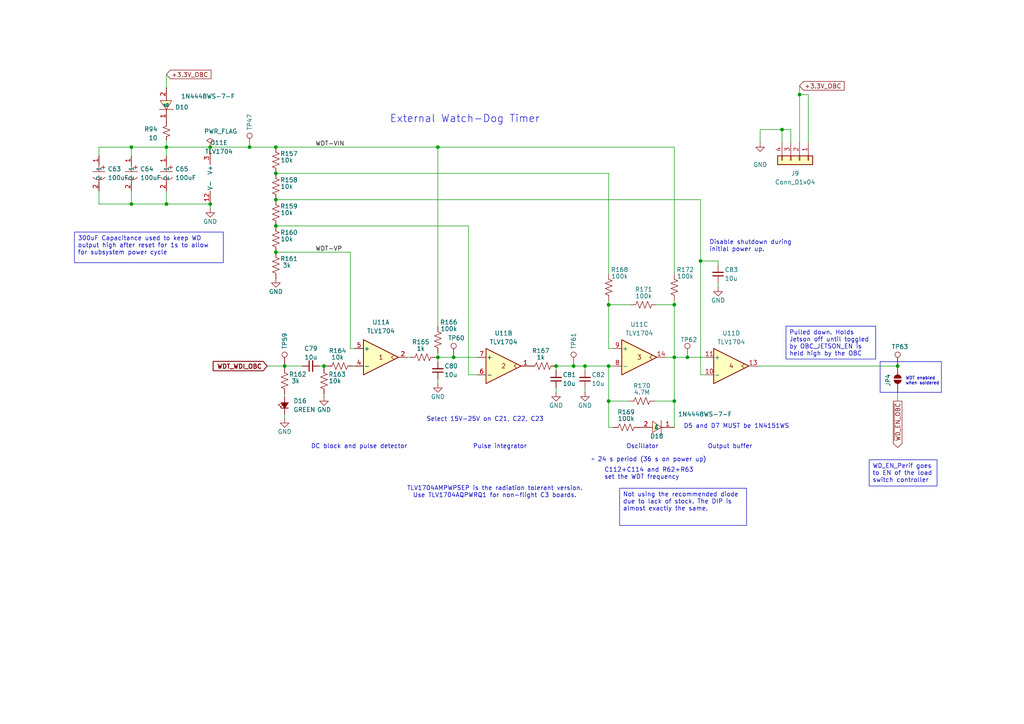
<source format=kicad_sch>
(kicad_sch (version 20250114) (generator "eeschema") (generator_version "9.0")
  (paper "A4")
  (lib_symbols
    (symbol "Connector_Generic:Conn_01x04" (pin_names (offset 1.016) (hide yes))
      (property "Reference" "J" (at 0 5.08 0))
      (property "Value" "Conn_01x04" (at 0 -7.62 0))
      (symbol "Conn_01x04_1_1"
        (rectangle (start -1.27 3.81) (end 1.27 -6.35) (stroke (width 0.254)) (fill (type background)))
        (rectangle (start -1.27 2.667) (end 0 2.413) (stroke (width 0.1524)))
        (rectangle (start -1.27 0.127) (end 0 -0.127) (stroke (width 0.1524)))
        (rectangle (start -1.27 -2.413) (end 0 -2.667) (stroke (width 0.1524)))
        (rectangle (start -1.27 -4.953) (end 0 -5.207) (stroke (width 0.1524)))
        (pin passive line (at -5.08 2.54 0) (length 3.81) (name "Pin_1") (number "1"))
        (pin passive line (at -5.08 0 0) (length 3.81) (name "Pin_2") (number "2"))
        (pin passive line (at -5.08 -2.54 0) (length 3.81) (name "Pin_3") (number "3"))
        (pin passive line (at -5.08 -5.08 0) (length 3.81) (name "Pin_4") (number "4"))
      )
    )
    (symbol "Device:C_Small" (pin_numbers (hide yes)) (pin_names (offset 0.254) (hide yes))
      (property "Reference" "C" (at 0.254 1.778 0))
      (property "Value" "C_Small" (at 0.254 -2.032 0))
      (symbol "C_Small_0_1"
        (polyline (pts (xy -1.524 0.508) (xy 1.524 0.508)) (stroke (width 0.3048)))
        (polyline (pts (xy -1.524 -0.508) (xy 1.524 -0.508)) (stroke (width 0.3302)))
      )
      (symbol "C_Small_1_1"
        (pin passive line (at 0 2.54 270) (length 2.032) (name "~") (number "1"))
        (pin passive line (at 0 -2.54 90) (length 2.032) (name "~") (number "2"))
      )
    )
    (symbol "Device:LED_Small_Filled" (pin_numbers (hide yes)) (pin_names (offset 0.254) (hide yes))
      (property "Reference" "D" (at -1.27 3.175 0))
      (property "Value" "LED_Small_Filled" (at -4.445 -2.54 0))
      (symbol "LED_Small_Filled_0_1"
        (polyline (pts (xy -0.762 -1.016) (xy -0.762 1.016)) (stroke (width 0.254)))
        (polyline (pts (xy 0 0.762) (xy -0.508 1.27) (xy -0.254 1.27) (xy -0.508 1.27) (xy -0.508 1.016)))
        (polyline (pts (xy 0.508 1.27) (xy 0 1.778) (xy 0.254 1.778) (xy 0 1.778) (xy 0 1.524)))
        (polyline (pts (xy 0.762 -1.016) (xy -0.762 0) (xy 0.762 1.016) (xy 0.762 -1.016)) (stroke (width 0.254)) (fill (type outline)))
        (polyline (pts (xy 1.016 0) (xy -0.762 0)))
      )
      (symbol "LED_Small_Filled_1_1"
        (pin passive line (at -2.54 0 0) (length 1.778) (name "K") (number "1"))
        (pin passive line (at 2.54 0 180) (length 1.778) (name "A") (number "2"))
      )
    )
    (symbol "Device:R_Small_US" (pin_numbers (hide yes)) (pin_names (offset 0.254) (hide yes))
      (property "Reference" "R" (at 0.762 0.508 0))
      (property "Value" "R_Small_US" (at 0.762 -1.016 0))
      (symbol "R_Small_US_1_1"
        (polyline (pts (xy 0 1.524) (xy 1.016 1.143) (xy 0 0.762) (xy -1.016 0.381) (xy 0 0)))
        (polyline (pts (xy 0 0) (xy 1.016 -0.381) (xy 0 -0.762) (xy -1.016 -1.143) (xy 0 -1.524)))
        (pin passive line (at 0 2.54 270) (length 1.016) (name "~") (number "1"))
        (pin passive line (at 0 -2.54 90) (length 1.016) (name "~") (number "2"))
      )
    )
    (symbol "Device:R_US" (pin_numbers (hide yes)) (pin_names (offset 0))
      (property "Reference" "R" (at 2.54 0 90))
      (property "Value" "R_US" (at -2.54 0 90))
      (symbol "R_US_0_1"
        (polyline (pts (xy 0 2.286) (xy 0 2.54)))
        (polyline (pts (xy 0 2.286) (xy 1.016 1.905) (xy 0 1.524) (xy -1.016 1.143) (xy 0 0.762)))
        (polyline (pts (xy 0 0.762) (xy 1.016 0.381) (xy 0 0) (xy -1.016 -0.381) (xy 0 -0.762)))
        (polyline (pts (xy 0 -0.762) (xy 1.016 -1.143) (xy 0 -1.524) (xy -1.016 -1.905) (xy 0 -2.286)))
        (polyline (pts (xy 0 -2.286) (xy 0 -2.54)))
      )
      (symbol "R_US_1_1"
        (pin passive line (at 0 3.81 270) (length 1.27) (name "~") (number "1"))
        (pin passive line (at 0 -3.81 90) (length 1.27) (name "~") (number "2"))
      )
    )
    (symbol "EPS:1N4448WS-7-F"
      (property "Reference" "D" (at 0 5.08 0))
      (property "Value" "1N4448WS-7-F" (at 0 -5.08 0))
      (symbol "1N4448WS-7-F_0_1"
        (polyline (pts (xy -1.27 -2.03) (xy -1.27 2.03)))
        (polyline (pts (xy 1.27 1.52) (xy -1.27 0) (xy 1.27 -1.78) (xy 1.27 1.52)) (fill (type background)))
        (pin unspecified line (at -5.08 0 0) (length 3.81) (name "C") (number "1"))
        (pin unspecified line (at 5.08 0 180) (length 3.81) (name "A") (number "2"))
      )
    )
    (symbol "EPS:TCN4107M035R0100E"
      (property "Reference" "C" (at 0 5.08 0))
      (property "Value" "TCN4107M035R0100E" (at 0 -5.08 0))
      (symbol "TCN4107M035R0100E_0_1"
        (polyline (pts (xy -2.54 0) (xy -0.51 0)))
        (polyline (pts (xy -2.29 1.27) (xy -1.27 1.27)))
        (polyline (pts (xy -1.78 1.78) (xy -1.78 0.76)))
        (arc (start 1.15 1.79) (mid 1.8578 0.0159) (end 1.13 -1.75))
        (polyline (pts (xy -0.51 1.78) (xy -0.51 -1.78)))
        (polyline (pts (xy 0.51 0) (xy 2.54 0)))
        (pin input line (at -5.08 0 0) (length 2.54) (name "1") (number "1"))
        (pin input line (at 5.08 0 180) (length 2.54) (name "2") (number "2"))
      )
    )
    (symbol "EPS:TLV1704AIPWR" (pin_names (offset 0.127))
      (property "Reference" "U13" (at 0 10.16 0))
      (property "Value" "TLV1704" (at 0 7.62 0))
      (symbol "TLV1704AIPWR_1_1"
        (polyline (pts (xy -5.08 5.08) (xy 5.08 0) (xy -5.08 -5.08) (xy -5.08 5.08)) (stroke (width 0.254)) (fill (type background)))
        (polyline (pts (xy 3.048 0) (xy 3.81 -0.635)))
        (polyline (pts (xy 3.81 0.635) (xy 3.048 0)))
        (text "1" (at 0 0 0) (effects (font (size 1.27 1.27))))
        (pin input line (at -7.62 2.54 0) (length 2.54) (name "+") (number "5"))
        (pin input line (at -7.62 -2.54 0) (length 2.54) (name "-") (number "4"))
        (pin open_collector line (at 7.62 0 180) (length 2.54) (name "~") (number "2"))
      )
      (symbol "TLV1704AIPWR_2_1"
        (polyline (pts (xy -5.08 5.08) (xy 5.08 0) (xy -5.08 -5.08) (xy -5.08 5.08)) (stroke (width 0.254)) (fill (type background)))
        (polyline (pts (xy 3.048 0) (xy 3.81 -0.635)))
        (polyline (pts (xy 3.81 0.635) (xy 3.048 0)))
        (text "2" (at 0 0 0) (effects (font (size 1.27 1.27))))
        (pin input line (at -7.62 2.54 0) (length 2.54) (name "+") (number "7"))
        (pin input line (at -7.62 -2.54 0) (length 2.54) (name "-") (number "6"))
        (pin open_collector line (at 7.62 0 180) (length 2.54) (name "~") (number "1"))
      )
      (symbol "TLV1704AIPWR_3_1"
        (polyline (pts (xy -5.08 5.08) (xy 5.08 0) (xy -5.08 -5.08) (xy -5.08 5.08)) (stroke (width 0.254)) (fill (type background)))
        (polyline (pts (xy 3.048 0) (xy 3.81 -0.635)))
        (polyline (pts (xy 3.81 0.635) (xy 3.048 0)))
        (text "3" (at 0 0 0) (effects (font (size 1.27 1.27))))
        (pin input line (at -7.62 2.54 0) (length 2.54) (name "+") (number "9"))
        (pin input line (at -7.62 -2.54 0) (length 2.54) (name "-") (number "8"))
        (pin open_collector line (at 7.62 0 180) (length 2.54) (name "~") (number "14"))
      )
      (symbol "TLV1704AIPWR_4_1"
        (polyline (pts (xy -5.08 5.08) (xy 5.08 0) (xy -5.08 -5.08) (xy -5.08 5.08)) (stroke (width 0.254)) (fill (type background)))
        (polyline (pts (xy 3.048 0) (xy 3.81 -0.635)))
        (polyline (pts (xy 3.81 0.635) (xy 3.048 0)))
        (text "4" (at 0 0 0) (effects (font (size 1.27 1.27))))
        (pin input line (at -7.62 2.54 0) (length 2.54) (name "+") (number "11"))
        (pin input line (at -7.62 -2.54 0) (length 2.54) (name "-") (number "10"))
        (pin open_collector line (at 7.62 0 180) (length 2.54) (name "~") (number "13"))
      )
      (symbol "TLV1704AIPWR_5_1"
        (pin power_in line (at -2.54 7.62 270) (length 3.81) (name "V+") (number "3"))
        (pin power_in line (at -2.54 -7.62 90) (length 3.81) (name "V-") (number "12"))
      )
    )
    (symbol "EPS:TestPoint" (pin_numbers (hide yes)) (pin_names (offset 0.762) (hide yes))
      (property "Reference" "TP" (at 0 6.858 0))
      (property "Value" "TestPoint" (at 0 5.08 0))
      (symbol "TestPoint_0_1"
        (circle (center 0 3.302) (radius 0.762))
      )
      (symbol "TestPoint_1_1"
        (pin passive line (at 0 0 90) (length 2.54) (name "1") (number "1"))
      )
    )
    (symbol "Jumper:SolderJumper_2_Open" (pin_numbers (hide yes)) (pin_names (offset 0) (hide yes)) (exclude_from_sim yes) (in_bom no)
      (property "Reference" "JP" (at 0 2.032 0))
      (property "Value" "SolderJumper_2_Open" (at 0 -2.54 0))
      (symbol "SolderJumper_2_Open_0_1"
        (polyline (pts (xy -0.254 1.016) (xy -0.254 -1.016)))
        (arc (start -0.254 -1.016) (mid -1.2656 0) (end -0.254 1.016))
        (arc (start -0.254 -1.016) (mid -1.2656 0) (end -0.254 1.016) (fill (type outline)))
        (arc (start 0.254 1.016) (mid 1.2656 0) (end 0.254 -1.016))
        (arc (start 0.254 1.016) (mid 1.2656 0) (end 0.254 -1.016) (fill (type outline)))
        (polyline (pts (xy 0.254 1.016) (xy 0.254 -1.016)))
      )
      (symbol "SolderJumper_2_Open_1_1"
        (pin passive line (at -3.81 0 0) (length 2.54) (name "A") (number "1"))
        (pin passive line (at 3.81 0 180) (length 2.54) (name "B") (number "2"))
      )
    )
    (symbol "power:GND" (power) (pin_numbers (hide yes)) (pin_names (offset 0) (hide yes))
      (property "Value" "GND" (at 0 -3.81 0))
      (symbol "GND_0_1"
        (polyline (pts (xy 0 0) (xy 0 -1.27) (xy 1.27 -1.27) (xy 0 -2.54) (xy -1.27 -1.27) (xy 0 -1.27)))
      )
      (symbol "GND_1_1"
        (pin power_in line (at 0 0 270) (length 0) (name "~") (number "1"))
      )
    )
    (symbol "power:PWR_FLAG" (power) (pin_numbers (hide yes)) (pin_names (offset 0) (hide yes))
      (property "Value" "PWR_FLAG" (at 0 3.81 0))
      (symbol "PWR_FLAG_0_0"
        (pin power_out line (at 0 0 90) (length 0) (name "~") (number "1"))
      )
      (symbol "PWR_FLAG_0_1"
        (polyline (pts (xy 0 0) (xy 0 1.27) (xy -1.016 1.905) (xy 0 2.54) (xy 1.016 1.905) (xy 0 1.27)))
      )
    )
  )
  (text "External Watch-Dog Timer" (at 113.03 35.814 0) (effects (font (size 2.159 2.159)) (justify left bottom)))
  (text "Disable shutdown during\ninitial power up." (at 205.74 73.152 0) (effects (font (size 1.27 1.27)) (justify left bottom)))
  (text "~ 24 s period (36 s on power up)" (at 171.45 134.112 0) (effects (font (size 1.27 1.27)) (justify left bottom)))
  (text "C112+C114 and R62+R63 \nset the WDT frequency" (at 175.26 139.192 0) (effects (font (size 1.27 1.27)) (justify left bottom)))
  (text "Output buffer" (at 205.232 130.302 0) (effects (font (size 1.27 1.27)) (justify left bottom)))
  (text "TLV1704AMPWPSEP is the radiation tolerant version.\nUse TLV1704AQPWRQ1 for non-flight C3 boards." (at 143.51 142.748 0) (effects (font (size 1.27 1.27))))
  (text "DC block and pulse detector" (at 90.17 130.302 0) (effects (font (size 1.27 1.27)) (justify left bottom)))
  (text "Oscillator" (at 181.61 130.302 0) (effects (font (size 1.27 1.27)) (justify left bottom)))
  (text "WDT enabled\nwhen soldered" (at 262.636 111.76 0) (effects (font (size 0.889 0.889)) (justify left bottom)))
  (text "Pulse integrator" (at 137.16 130.302 0) (effects (font (size 1.27 1.27)) (justify left bottom)))
  (text "Select 15V-25V on C21, C22, C23" (at 140.716 121.666 0) (effects (font (size 1.27 1.27))))
  (text "D5 and D7 MUST be 1N4151WS" (at 213.614 123.698 0) (effects (font (size 1.27 1.27))))
  (text_box "Not using the recommended diode due to lack of stock. The DIP is almost exactly the same." (at 179.705 141.605 0) (size 36.83 10.795) (margins 0.9525 0.9525 0.9525 0.9525) (effects (font (size 1.27 1.27)) (justify left top)))
  (text_box "300uF Capacitance used to keep WD output high after reset for 1s to allow for subsystem power cycle" (at 21.59 67.31 0) (size 43.18 8.89) (margins 0.9525 0.9525 0.9525 0.9525) (effects (font (size 1.27 1.27)) (justify left top)))
  (text_box "WD_EN_Perif goes to EN of the load switch controller" (at 252.095 133.35 0) (size 19.685 7.62) (margins 0.9525 0.9525 0.9525 0.9525) (effects (font (size 1.27 1.27)) (justify left top)))
  (text_box "Pulled down. Holds Jetson off until toggled by OBC_JETSON_EN is held high by the OBC" (at 227.965 94.615 0) (size 26.035 9.525) (margins 0.9525 0.9525 0.9525 0.9525) (effects (font (size 1.27 1.27)) (justify left top)))
  (junction (at 127 103.632))
  (junction (at 169.672 106.172))
  (junction (at 195.58 116.332))
  (junction (at 203.2 75.692))
  (junction (at 161.29 106.172))
  (junction (at 131.572 103.632))
  (junction (at 72.39 42.672))
  (junction (at 195.58 103.632))
  (junction (at 226.822 37.592))
  (junction (at 127 42.672))
  (junction (at 80.01 73.152))
  (junction (at 82.55 106.172))
  (junction (at 166.37 106.172))
  (junction (at 80.01 65.532))
  (junction (at 176.53 106.172))
  (junction (at 93.98 106.172))
  (junction (at 60.96 59.182))
  (junction (at 260.35 106.172))
  (junction (at 80.01 42.672))
  (junction (at 38.1 59.182))
  (junction (at 176.53 116.332))
  (junction (at 80.01 57.912))
  (junction (at 60.96 42.672))
  (junction (at 38.1 42.672))
  (junction (at 48.26 59.182))
  (junction (at 80.01 50.292))
  (junction (at 231.902 27.432))
  (junction (at 195.58 88.392))
  (junction (at 48.26 42.672))
  (junction (at 199.39 103.632))
  (junction (at 176.53 88.392))
  (wire (pts (xy 190.5 88.392) (xy 195.58 88.392)))
  (wire (pts (xy 28.702 42.672) (xy 38.1 42.672)))
  (wire (pts (xy 60.96 42.672) (xy 72.39 42.672)))
  (wire (pts (xy 161.29 113.792) (xy 161.29 112.522)))
  (wire (pts (xy 161.29 106.172) (xy 166.37 106.172)))
  (wire (pts (xy 93.98 106.68) (xy 93.98 106.172)))
  (polyline (pts (xy 273.05 104.902) (xy 273.05 113.792)))
  (wire (pts (xy 177.8 101.092) (xy 176.53 101.092)))
  (wire (pts (xy 226.822 41.402) (xy 226.822 37.592)))
  (wire (pts (xy 208.28 76.962) (xy 208.28 75.692)))
  (wire (pts (xy 176.53 123.952) (xy 176.53 116.332)))
  (wire (pts (xy 169.672 113.792) (xy 169.672 112.522)))
  (wire (pts (xy 195.58 116.332) (xy 195.58 103.632)))
  (wire (pts (xy 48.26 59.182) (xy 60.96 59.182)))
  (wire (pts (xy 220.472 37.592) (xy 220.472 41.402)))
  (wire (pts (xy 82.55 106.68) (xy 82.55 106.172)))
  (wire (pts (xy 77.47 106.172) (xy 82.55 106.172)))
  (wire (pts (xy 226.822 37.592) (xy 229.362 37.592)))
  (wire (pts (xy 48.26 42.672) (xy 60.96 42.672)))
  (wire (pts (xy 60.96 43.942) (xy 60.96 42.672)))
  (wire (pts (xy 195.58 88.392) (xy 195.58 103.632)))
  (polyline (pts (xy 273.05 113.792) (xy 255.27 113.792)))
  (wire (pts (xy 38.1 42.672) (xy 38.1 45.212)))
  (wire (pts (xy 60.96 60.452) (xy 60.96 59.182)))
  (wire (pts (xy 203.2 75.692) (xy 203.2 108.712)))
  (wire (pts (xy 135.89 108.712) (xy 138.43 108.712)))
  (wire (pts (xy 260.35 113.792) (xy 260.35 116.332)))
  (wire (pts (xy 127 103.632) (xy 127 104.902)))
  (wire (pts (xy 189.992 116.332) (xy 195.58 116.332)))
  (wire (pts (xy 195.58 79.502) (xy 195.58 42.672)))
  (wire (pts (xy 28.702 42.672) (xy 28.702 45.212)))
  (wire (pts (xy 127 42.672) (xy 127 94.742)))
  (wire (pts (xy 131.572 103.632) (xy 138.43 103.632)))
  (wire (pts (xy 127 42.672) (xy 195.58 42.672)))
  (wire (pts (xy 229.362 37.592) (xy 229.362 41.402)))
  (wire (pts (xy 118.11 103.632) (xy 118.872 103.632)))
  (wire (pts (xy 203.2 57.912) (xy 203.2 75.692)))
  (wire (pts (xy 195.58 87.122) (xy 195.58 88.392)))
  (wire (pts (xy 176.53 88.392) (xy 182.88 88.392)))
  (wire (pts (xy 101.6 73.152) (xy 101.6 101.092)))
  (wire (pts (xy 231.902 27.432) (xy 234.442 27.432)))
  (wire (pts (xy 48.26 21.59) (xy 48.26 25.4)))
  (wire (pts (xy 182.372 116.332) (xy 176.53 116.332)))
  (wire (pts (xy 199.39 103.632) (xy 204.47 103.632)))
  (wire (pts (xy 176.53 87.122) (xy 176.53 88.392)))
  (wire (pts (xy 102.362 106.172) (xy 102.87 106.172)))
  (wire (pts (xy 135.89 65.532) (xy 135.89 108.712)))
  (wire (pts (xy 203.2 75.692) (xy 208.28 75.692)))
  (wire (pts (xy 161.29 106.172) (xy 161.29 107.442)))
  (wire (pts (xy 166.37 106.172) (xy 169.672 106.172)))
  (wire (pts (xy 127 103.632) (xy 131.572 103.632)))
  (wire (pts (xy 48.26 40.64) (xy 48.26 42.672)))
  (wire (pts (xy 93.98 114.3) (xy 93.98 115.062)))
  (polyline (pts (xy 255.27 104.902) (xy 273.05 104.902)))
  (wire (pts (xy 226.822 37.592) (xy 220.472 37.592)))
  (wire (pts (xy 80.01 73.152) (xy 101.6 73.152)))
  (wire (pts (xy 127 111.252) (xy 127 109.982)))
  (wire (pts (xy 72.39 42.672) (xy 80.01 42.672)))
  (wire (pts (xy 82.55 114.3) (xy 82.55 115.062)))
  (wire (pts (xy 80.01 57.912) (xy 203.2 57.912)))
  (wire (pts (xy 176.53 79.502) (xy 176.53 50.292)))
  (wire (pts (xy 219.71 106.172) (xy 260.35 106.172)))
  (polyline (pts (xy 255.27 113.792) (xy 255.27 104.902)))
  (wire (pts (xy 234.442 27.432) (xy 234.442 41.402)))
  (wire (pts (xy 231.902 27.432) (xy 231.902 24.892)))
  (wire (pts (xy 92.71 106.172) (xy 93.98 106.172)))
  (wire (pts (xy 208.28 83.312) (xy 208.28 82.042)))
  (wire (pts (xy 127 103.632) (xy 127 102.362)))
  (wire (pts (xy 193.04 103.632) (xy 195.58 103.632)))
  (wire (pts (xy 231.902 41.402) (xy 231.902 27.432)))
  (wire (pts (xy 176.53 101.092) (xy 176.53 88.392)))
  (wire (pts (xy 38.1 55.372) (xy 38.1 59.182)))
  (wire (pts (xy 48.26 55.372) (xy 48.26 59.182)))
  (wire (pts (xy 176.53 123.952) (xy 177.8 123.952)))
  (wire (pts (xy 203.2 108.712) (xy 204.47 108.712)))
  (wire (pts (xy 38.1 59.182) (xy 48.26 59.182)))
  (wire (pts (xy 38.1 42.672) (xy 48.26 42.672)))
  (wire (pts (xy 28.702 55.372) (xy 28.702 59.182)))
  (wire (pts (xy 127 42.672) (xy 80.01 42.672)))
  (wire (pts (xy 93.98 106.172) (xy 94.742 106.172)))
  (wire (pts (xy 169.672 106.172) (xy 176.53 106.172)))
  (wire (pts (xy 80.01 50.292) (xy 176.53 50.292)))
  (wire (pts (xy 126.492 103.632) (xy 127 103.632)))
  (wire (pts (xy 101.6 101.092) (xy 102.87 101.092)))
  (wire (pts (xy 176.53 106.172) (xy 177.8 106.172)))
  (wire (pts (xy 82.55 121.412) (xy 82.55 120.142)))
  (wire (pts (xy 169.672 107.442) (xy 169.672 106.172)))
  (wire (pts (xy 195.58 103.632) (xy 199.39 103.632)))
  (wire (pts (xy 28.702 59.182) (xy 38.1 59.182)))
  (wire (pts (xy 80.01 65.532) (xy 135.89 65.532)))
  (wire (pts (xy 82.55 106.172) (xy 87.63 106.172)))
  (wire (pts (xy 176.53 116.332) (xy 176.53 106.172)))
  (wire (pts (xy 195.58 123.952) (xy 195.58 116.332)))
  (wire (pts (xy 48.26 42.672) (xy 48.26 45.212)))
  (label "WDT-VIN" (at 91.44 42.672 0))
  (label "WDT-VP" (at 91.44 73.152 0))
  (global_label "WDT_WDI_OBC" (shape input) (at 77.47 106.172 180) (effects (font (thickness 0.254) (bold yes))) (property "Intersheetrefs" "${INTERSHEET_REFS}" (effects (hide yes))))
  (global_label "~{WD_EN_OBC}" (shape output) (at 260.35 116.332 270) (property "Intersheetrefs" "${INTERSHEET_REFS}" (effects (hide yes))))
  (global_label "+3.3V_OBC" (shape input) (at 48.26 21.59 0) (property "Intersheetrefs" "${INTERSHEET_REFS}" (effects (hide yes))))
  (global_label "+3.3V_OBC" (shape input) (at 231.902 24.892 0) (property "Intersheetrefs" "${INTERSHEET_REFS}" (effects (hide yes))))
  (symbol (lib_id "Device:R_US") (at 82.55 110.49 180) (unit 1)
    (property "Reference" "R162" (at 86.36 108.585 0))
    (property "Value" "3k" (at 85.725 110.49 0))
    (property "Footprint" "EPS:R0402" (effects (hide yes)))
    (property "Description" "Resistor, US symbol" (effects (hide yes)))
    (property "LCSC" "C2909355" (effects (hide yes)))
  )
  (symbol (lib_id "Device:R_US") (at 98.552 106.172 270) (unit 1)
    (property "Reference" "R164" (at 97.917 101.727 90))
    (property "Value" "10k" (at 97.917 103.632 90))
    (property "Footprint" "EPS:R0402" (effects (hide yes)))
    (property "Description" "Resistor, US symbol" (effects (hide yes)))
    (property "LCSC" "C25531" (effects (hide yes)))
  )
  (symbol (lib_id "Device:R_Small_US") (at 48.26 38.1 0) (mirror y) (unit 1)
    (property "Reference" "R94" (at 45.72 37.465 0) (effects (justify left)))
    (property "Value" "10" (at 45.72 40.005 0) (effects (justify left)))
    (property "Footprint" "Resistor_SMD:R_1206_3216Metric" (effects (hide yes)))
    (property "Description" "Resistor, small US symbol" (effects (hide yes)))
    (property "DPN" "RHM10.0AFCT-ND" (effects (hide yes)))
    (property "DST" "Digi-Key" (effects (hide yes)))
    (property "MFR" "Rohm Semiconductor" (effects (hide yes)))
    (property "MPN" "ESR18EZPF10R0" (effects (hide yes)))
    (property "LCSC" "C17903" (effects (hide yes)))
  )
  (symbol (lib_id "Device:C_Small") (at 161.29 109.982 180) (unit 1)
    (property "Reference" "C81" (at 163.195 108.712 0) (effects (justify right)))
    (property "Value" "10u" (at 163.195 111.252 0) (effects (justify right)))
    (property "Footprint" "EPS:C0402" (effects (hide yes)))
    (property "Description" "Unpolarized capacitor, small symbol" (effects (hide yes)))
    (property "LCSC" "194427" (effects (hide yes)))
  )
  (symbol (lib_id "Device:R_US") (at 186.69 88.392 90) (unit 1)
    (property "Reference" "R171" (at 186.69 83.947 90))
    (property "Value" "100k" (at 186.69 85.852 90))
    (property "Footprint" "EPS:R0402" (effects (hide yes)))
    (property "Description" "Resistor, US symbol" (effects (hide yes)))
    (property "LCSC" "C269673" (effects (hide yes)))
  )
  (symbol (lib_id "power:GND") (at 93.98 115.062 0) (unit 1)
    (property "Reference" "#PWR036" (effects (hide yes)))
    (property "Value" "GND" (at 93.98 118.872 0))
    (property "Description" "Power symbol creates a global label with name \"GND\" , ground" (effects (hide yes)))
  )
  (symbol (lib_id "power:GND") (at 80.01 80.772 0) (unit 1)
    (property "Reference" "#PWR098" (effects (hide yes)))
    (property "Value" "GND" (at 80.01 84.582 0))
    (property "Description" "Power symbol creates a global label with name \"GND\" , ground" (effects (hide yes)))
  )
  (symbol (lib_id "Device:LED_Small_Filled") (at 82.55 117.602 90) (unit 1)
    (property "Reference" "D16" (at 85.09 116.2685 90) (effects (justify right)))
    (property "Value" "GREEN" (at 85.09 118.8085 90) (effects (justify right)))
    (property "Footprint" "LED_SMD:LED_0603_1608Metric" (effects (hide yes)))
    (property "Description" "Light emitting diode, small symbol, filled shape" (effects (hide yes)))
    (property "DPN" "732-4971-1-ND" (effects (hide yes)))
    (property "DST" "Digi-Key" (effects (hide yes)))
    (property "MFR" "Wurth" (effects (hide yes)))
    (property "MPN" "150060GS75000" (effects (hide yes)))
    (property "Sim.Pins" "1=K 2=A" (effects (hide yes)))
    (property "LCSC" "C965799" (effects (hide yes)))
  )
  (symbol (lib_id "Device:C_Small") (at 169.672 109.982 180) (unit 1)
    (property "Reference" "C82" (at 171.577 108.712 0) (effects (justify right)))
    (property "Value" "10u" (at 171.577 111.252 0) (effects (justify right)))
    (property "Footprint" "EPS:C0402" (effects (hide yes)))
    (property "Description" "Unpolarized capacitor, small symbol" (effects (hide yes)))
    (property "LCSC" "194427" (effects (hide yes)))
  )
  (symbol (lib_id "power:GND") (at 82.55 121.412 0) (unit 1)
    (property "Reference" "#PWR021" (effects (hide yes)))
    (property "Value" "GND" (at 82.55 125.222 0))
    (property "Description" "Power symbol creates a global label with name \"GND\" , ground" (effects (hide yes)))
  )
  (symbol (lib_id "EPS:TLV1704AIPWR") (at 63.5 51.562 0) (unit 5)
    (property "Reference" "U11" (at 63.5 41.402 0))
    (property "Value" "TLV1704" (at 63.5 43.942 0))
    (property "Footprint" "Package_SO:TSSOP-14_4.4x5mm_P0.65mm" (effects (hide yes)))
    (property "Datasheet" "https://www.ti.com/lit/ds/symlink/tlv1704-sep.pdf" (effects (hide yes)))
    (property "Description" "Analog Comparators 2.2-V to 36-V, radiation tolerant microPower quad comparator in space enhanced plastic 14-TSSOP -55 to 125" (effects (hide yes)))
    (property "MFR" "Texas Instruments" (effects (hide yes)))
    (property "MPN" "TLV1704AQPWRQ1" (effects (hide yes)))
    (property "DST" "Digi-Key" (effects (hide yes)))
    (property "DPN" "296-43799-2-ND" (effects (hide yes)))
    (property "LCSC" "C181596" (effects (hide yes)))
  )
  (symbol (lib_id "EPS:1N4448WS-7-F") (at 190.5 123.952 180) (unit 1)
    (property "Reference" "D18" (at 190.5 126.492 0))
    (property "Value" "1N4448WS-7-F" (at 204.47 120.142 0))
    (property "Footprint" "EPS:SOD-323_L1.8-W1.3-LS2.5-RD" (effects (hide yes)))
    (property "Datasheet" "https://lcsc.com/product-detail/Others_Diodes-Incorporated_1N4448WS-7-F_Diodes-Incorporated-1N4448WS-7-F_C260859.html" (effects (hide yes)))
    (property "Description" "Diode" (effects (hide yes)))
    (property "DPN" "112-1N4151WS-E3-08CT-ND" (effects (hide yes)))
    (property "DST" "Digi-Key" (effects (hide yes)))
    (property "MFR" "Vishay" (effects (hide yes)))
    (property "MPN" "1N4151WS-E3-08" (effects (hide yes)))
    (property "Sim.Device" "D" (effects (hide yes)))
    (property "Sim.Pins" "1=K 2=A" (effects (hide yes)))
    (property "LCSC" "C2979762" (effects (hide yes)))
    (property "LCSC Part" "C260859" (effects (hide yes)))
  )
  (symbol (lib_id "EPS:TestPoint") (at 82.55 106.172 0) (unit 1)
    (property "Reference" "TP59" (at 82.55 101.346 90) (effects (justify left)))
    (property "Value" "TestPoint" (effects (hide yes)))
    (property "Footprint" "TestPoint:TestPoint_Pad_1.0x1.0mm" (effects (hide yes)))
    (property "Description" "test point" (effects (hide yes)))
  )
  (symbol (lib_id "Device:R_US") (at 80.01 54.102 180) (unit 1)
    (property "Reference" "R158" (at 83.82 52.197 0))
    (property "Value" "10k" (at 83.185 54.102 0))
    (property "Footprint" "EPS:R0402" (effects (hide yes)))
    (property "Description" "Resistor, US symbol" (effects (hide yes)))
    (property "LCSC" "C25531" (effects (hide yes)))
  )
  (symbol (lib_id "Device:R_US") (at 80.01 76.962 180) (unit 1)
    (property "Reference" "R161" (at 83.82 75.057 0))
    (property "Value" "3k" (at 83.185 76.962 0))
    (property "Footprint" "EPS:R0402" (effects (hide yes)))
    (property "Description" "Resistor, US symbol" (effects (hide yes)))
    (property "LCSC" "C2909355" (effects (hide yes)))
  )
  (symbol (lib_id "Device:R_US") (at 157.48 106.172 270) (unit 1)
    (property "Reference" "R167" (at 156.845 101.727 90))
    (property "Value" "1k" (at 156.845 103.632 90))
    (property "Footprint" "EPS:R0402" (effects (hide yes)))
    (property "Description" "Resistor, US symbol" (effects (hide yes)))
    (property "LCSC" "C106235" (effects (hide yes)))
  )
  (symbol (lib_id "Device:R_US") (at 80.01 61.722 180) (unit 1)
    (property "Reference" "R159" (at 83.82 59.817 0))
    (property "Value" "10k" (at 83.185 61.722 0))
    (property "Footprint" "EPS:R0402" (effects (hide yes)))
    (property "Description" "Resistor, US symbol" (effects (hide yes)))
    (property "LCSC" "C25531" (effects (hide yes)))
  )
  (symbol (lib_id "power:PWR_FLAG") (at 60.96 42.672 0) (unit 1)
    (property "Reference" "#FLG05" (effects (hide yes)))
    (property "Value" "PWR_FLAG" (at 64.008 38.1 0))
    (property "Description" "Special symbol for telling ERC where power comes from" (effects (hide yes)))
  )
  (symbol (lib_id "power:GND") (at 169.672 113.792 0) (mirror y) (unit 1)
    (property "Reference" "#PWR041" (effects (hide yes)))
    (property "Value" "GND" (at 169.672 117.602 0))
    (property "Description" "Power symbol creates a global label with name \"GND\" , ground" (effects (hide yes)))
  )
  (symbol (lib_id "Device:R_US") (at 80.01 69.342 180) (unit 1)
    (property "Reference" "R160" (at 83.82 67.437 0))
    (property "Value" "10k" (at 83.185 69.342 0))
    (property "Footprint" "EPS:R0402" (effects (hide yes)))
    (property "Description" "Resistor, US symbol" (effects (hide yes)))
    (property "LCSC" "C25531" (effects (hide yes)))
  )
  (symbol (lib_id "EPS:TLV1704AIPWR") (at 185.42 103.632 0) (unit 3)
    (property "Reference" "U11" (at 185.42 94.107 0))
    (property "Value" "TLV1704" (at 185.42 96.647 0))
    (property "Footprint" "Package_SO:TSSOP-14_4.4x5mm_P0.65mm" (effects (hide yes)))
    (property "Datasheet" "https://www.ti.com/lit/ds/symlink/tlv1704-sep.pdf" (effects (hide yes)))
    (property "Description" "Analog Comparators 2.2-V to 36-V, radiation tolerant microPower quad comparator in space enhanced plastic 14-TSSOP -55 to 125" (effects (hide yes)))
    (property "MFR" "Texas Instruments" (effects (hide yes)))
    (property "MPN" "TLV1704AQPWRQ1" (effects (hide yes)))
    (property "DST" "Digi-Key" (effects (hide yes)))
    (property "DPN" "296-43799-2-ND" (effects (hide yes)))
    (property "LCSC" "C181596" (effects (hide yes)))
  )
  (symbol (lib_id "EPS:TLV1704AIPWR") (at 146.05 106.172 0) (unit 2)
    (property "Reference" "U11" (at 146.05 96.647 0))
    (property "Value" "TLV1704" (at 146.05 99.187 0))
    (property "Footprint" "Package_SO:TSSOP-14_4.4x5mm_P0.65mm" (effects (hide yes)))
    (property "Datasheet" "https://www.ti.com/lit/ds/symlink/tlv1704-sep.pdf" (effects (hide yes)))
    (property "Description" "Analog Comparators 2.2-V to 36-V, radiation tolerant microPower quad comparator in space enhanced plastic 14-TSSOP -55 to 125" (effects (hide yes)))
    (property "MFR" "Texas Instruments" (effects (hide yes)))
    (property "MPN" "TLV1704AQPWRQ1" (effects (hide yes)))
    (property "DST" "Digi-Key" (effects (hide yes)))
    (property "DPN" "296-43799-2-ND" (effects (hide yes)))
    (property "LCSC" "C181596" (effects (hide yes)))
  )
  (symbol (lib_id "EPS:TestPoint") (at 72.39 42.672 0) (unit 1)
    (property "Reference" "TP47" (at 72.39 37.846 90) (effects (justify left)))
    (property "Value" "TestPoint" (effects (hide yes)))
    (property "Footprint" "TestPoint:TestPoint_Pad_1.0x1.0mm" (effects (hide yes)))
    (property "Description" "test point" (effects (hide yes)))
  )
  (symbol (lib_id "Connector_Generic:Conn_01x04") (at 231.902 46.482 270) (unit 1)
    (property "Reference" "J9" (at 230.632 50.292 90))
    (property "Value" "Conn_01x04" (at 230.632 52.832 90))
    (property "Footprint" "Connector_PinSocket_2.54mm:PinSocket_1x04_P2.54mm_Vertical" (effects (hide yes)))
    (property "Description" "Generic connector, single row, 01x04, script generated (kicad-library-utils/schlib/autogen/connector/)" (effects (hide yes)))
  )
  (symbol (lib_id "Device:C_Small") (at 208.28 79.502 180) (unit 1)
    (property "Reference" "C83" (at 210.185 78.232 0) (effects (justify right)))
    (property "Value" "10u" (at 210.185 80.772 0) (effects (justify right)))
    (property "Footprint" "EPS:C0402" (effects (hide yes)))
    (property "Description" "Unpolarized capacitor, small symbol" (effects (hide yes)))
    (property "LCSC" "194427" (effects (hide yes)))
  )
  (symbol (lib_id "EPS:TCN4107M035R0100E") (at 28.702 50.292 270) (unit 1)
    (property "Reference" "C63" (at 31.242 49.0219 90) (effects (justify left)))
    (property "Value" "100uF" (at 31.242 51.5619 90) (effects (justify left)))
    (property "Footprint" "EPS:CAP-SMD_L7.3-W6.1_TCN4227M025R0100" (effects (hide yes)))
    (property "LCSC Part" "C2158793" (effects (hide yes)))
  )
  (symbol (lib_id "Device:C_Small") (at 90.17 106.172 90) (unit 1)
    (property "Reference" "C79" (at 90.1763 101.092 90))
    (property "Value" "10u" (at 90.1763 103.632 90))
    (property "Footprint" "EPS:C0402" (effects (hide yes)))
    (property "Description" "Unpolarized capacitor, small symbol" (effects (hide yes)))
    (property "LCSC" "194427" (effects (hide yes)))
  )
  (symbol (lib_id "EPS:TCN4107M035R0100E") (at 38.1 50.292 270) (unit 1)
    (property "Reference" "C64" (at 40.64 49.0219 90) (effects (justify left)))
    (property "Value" "100uF" (at 40.64 51.5619 90) (effects (justify left)))
    (property "Footprint" "EPS:CAP-SMD_L7.3-W6.1_TCN4227M025R0100" (effects (hide yes)))
    (property "LCSC Part" "C2158793" (effects (hide yes)))
  )
  (symbol (lib_id "Device:R_US") (at 195.58 83.312 0) (unit 1)
    (property "Reference" "R172" (at 198.755 78.232 0))
    (property "Value" "100k" (at 198.755 80.137 0))
    (property "Footprint" "EPS:R0402" (effects (hide yes)))
    (property "Description" "Resistor, US symbol" (effects (hide yes)))
    (property "LCSC" "C269673" (effects (hide yes)))
  )
  (symbol (lib_id "Device:R_US") (at 122.682 103.632 270) (unit 1)
    (property "Reference" "R165" (at 122.047 99.187 90))
    (property "Value" "1k" (at 122.047 101.092 90))
    (property "Footprint" "EPS:R0402" (effects (hide yes)))
    (property "Description" "Resistor, US symbol" (effects (hide yes)))
    (property "LCSC" "C106235" (effects (hide yes)))
  )
  (symbol (lib_id "EPS:TestPoint") (at 166.37 106.172 0) (unit 1)
    (property "Reference" "TP61" (at 166.37 101.346 90) (effects (justify left)))
    (property "Value" "TestPoint" (effects (hide yes)))
    (property "Footprint" "TestPoint:TestPoint_Pad_1.0x1.0mm" (effects (hide yes)))
    (property "Description" "test point" (effects (hide yes)))
  )
  (symbol (lib_id "power:GND") (at 127 111.252 0) (unit 1)
    (property "Reference" "#PWR039" (effects (hide yes)))
    (property "Value" "GND" (at 127 115.062 0))
    (property "Description" "Power symbol creates a global label with name \"GND\" , ground" (effects (hide yes)))
  )
  (symbol (lib_id "Device:R_US") (at 181.61 123.952 90) (unit 1)
    (property "Reference" "R169" (at 181.61 119.507 90))
    (property "Value" "100k" (at 181.61 121.412 90))
    (property "Footprint" "EPS:R0402" (effects (hide yes)))
    (property "Description" "Resistor, US symbol" (effects (hide yes)))
    (property "LCSC" "C269673" (effects (hide yes)))
  )
  (symbol (lib_id "EPS:TCN4107M035R0100E") (at 48.26 50.292 270) (unit 1)
    (property "Reference" "C65" (at 50.8 49.0219 90) (effects (justify left)))
    (property "Value" "100uF" (at 50.8 51.5619 90) (effects (justify left)))
    (property "Footprint" "EPS:CAP-SMD_L7.3-W6.1_TCN4227M025R0100" (effects (hide yes)))
    (property "LCSC Part" "C2158793" (effects (hide yes)))
  )
  (symbol (lib_id "EPS:TestPoint") (at 199.39 103.632 0) (unit 1)
    (property "Reference" "TP62" (at 197.358 98.552 0) (effects (justify left)))
    (property "Value" "TestPoint" (effects (hide yes)))
    (property "Footprint" "TestPoint:TestPoint_Pad_1.0x1.0mm" (effects (hide yes)))
    (property "Description" "test point" (effects (hide yes)))
  )
  (symbol (lib_id "EPS:1N4448WS-7-F") (at 48.26 30.48 270) (mirror x) (unit 1)
    (property "Reference" "D10" (at 50.8 31.115 90) (effects (justify left)))
    (property "Value" "1N4448WS-7-F" (at 60.325 27.94 90))
    (property "Footprint" "EPS:SOD-323_L1.8-W1.3-LS2.5-RD" (effects (hide yes)))
    (property "Datasheet" "https://lcsc.com/product-detail/Others_Diodes-Incorporated_1N4448WS-7-F_Diodes-Incorporated-1N4448WS-7-F_C260859.html" (effects (hide yes)))
    (property "Description" "Diode" (effects (hide yes)))
    (property "DPN" "112-1N4151WS-E3-08CT-ND" (effects (hide yes)))
    (property "DST" "Digi-Key" (effects (hide yes)))
    (property "MFR" "Vishay" (effects (hide yes)))
    (property "MPN" "1N4151WS-E3-08" (effects (hide yes)))
    (property "Sim.Device" "D" (effects (hide yes)))
    (property "Sim.Pins" "1=K 2=A" (effects (hide yes)))
    (property "LCSC" "C2979762" (effects (hide yes)))
    (property "LCSC Part" "C260859" (effects (hide yes)))
  )
  (symbol (lib_id "Device:R_US") (at 127 98.552 0) (unit 1)
    (property "Reference" "R166" (at 130.175 93.472 0))
    (property "Value" "100k" (at 130.175 95.377 0))
    (property "Footprint" "EPS:R0402" (effects (hide yes)))
    (property "Description" "Resistor, US symbol" (effects (hide yes)))
    (property "LCSC" "C269673" (effects (hide yes)))
  )
  (symbol (lib_id "power:GND") (at 208.28 83.312 0) (mirror y) (unit 1)
    (property "Reference" "#PWR042" (effects (hide yes)))
    (property "Value" "GND" (at 208.28 87.122 0))
    (property "Description" "Power symbol creates a global label with name \"GND\" , ground" (effects (hide yes)))
  )
  (symbol (lib_id "Device:R_US") (at 93.98 110.49 180) (unit 1)
    (property "Reference" "R163" (at 97.79 108.585 0))
    (property "Value" "10k" (at 97.155 110.49 0))
    (property "Footprint" "EPS:R0402" (effects (hide yes)))
    (property "Description" "Resistor, US symbol" (effects (hide yes)))
    (property "LCSC" "C25531" (effects (hide yes)))
  )
  (symbol (lib_id "power:GND") (at 161.29 113.792 0) (mirror y) (unit 1)
    (property "Reference" "#PWR040" (effects (hide yes)))
    (property "Value" "GND" (at 161.29 117.602 0))
    (property "Description" "Power symbol creates a global label with name \"GND\" , ground" (effects (hide yes)))
  )
  (symbol (lib_id "EPS:TestPoint") (at 131.572 103.632 0) (unit 1)
    (property "Reference" "TP60" (at 129.921 98.044 0) (effects (justify left)))
    (property "Value" "TestPoint" (effects (hide yes)))
    (property "Footprint" "TestPoint:TestPoint_Pad_1.0x1.0mm" (effects (hide yes)))
    (property "Description" "test point" (effects (hide yes)))
  )
  (symbol (lib_id "EPS:TLV1704AIPWR") (at 212.09 106.172 0) (unit 4)
    (property "Reference" "U11" (at 212.09 96.647 0))
    (property "Value" "TLV1704" (at 212.09 99.187 0))
    (property "Footprint" "Package_SO:TSSOP-14_4.4x5mm_P0.65mm" (effects (hide yes)))
    (property "Datasheet" "https://www.ti.com/lit/ds/symlink/tlv1704-sep.pdf" (effects (hide yes)))
    (property "Description" "Analog Comparators 2.2-V to 36-V, radiation tolerant microPower quad comparator in space enhanced plastic 14-TSSOP -55 to 125" (effects (hide yes)))
    (property "MFR" "Texas Instruments" (effects (hide yes)))
    (property "MPN" "TLV1704AQPWRQ1" (effects (hide yes)))
    (property "DST" "Digi-Key" (effects (hide yes)))
    (property "DPN" "296-43799-2-ND" (effects (hide yes)))
    (property "LCSC" "C181596" (effects (hide yes)))
  )
  (symbol (lib_id "power:GND") (at 220.472 41.402 0) (unit 1)
    (property "Reference" "#PWR026" (effects (hide yes)))
    (property "Value" "GND" (at 220.472 47.752 0))
    (property "Description" "Power symbol creates a global label with name \"GND\" , ground" (effects (hide yes)))
  )
  (symbol (lib_id "Device:C_Small") (at 127 107.442 180) (unit 1)
    (property "Reference" "C80" (at 128.905 106.172 0) (effects (justify right)))
    (property "Value" "10u" (at 128.905 108.712 0) (effects (justify right)))
    (property "Footprint" "EPS:C0402" (effects (hide yes)))
    (property "Description" "Unpolarized capacitor, small symbol" (effects (hide yes)))
    (property "LCSC" "194427" (effects (hide yes)))
  )
  (symbol (lib_id "Device:R_US") (at 186.182 116.332 90) (unit 1)
    (property "Reference" "R170" (at 186.182 111.887 90))
    (property "Value" "4.7M" (at 186.182 113.792 90))
    (property "Footprint" "EPS:R0402" (effects (hide yes)))
    (property "Description" "Resistor, US symbol" (effects (hide yes)))
    (property "LCSC" "C474132" (effects (hide yes)))
  )
  (symbol (lib_id "Device:R_US") (at 80.01 46.482 180) (unit 1)
    (property "Reference" "R157" (at 83.82 44.577 0))
    (property "Value" "10k" (at 83.185 46.482 0))
    (property "Footprint" "EPS:R0402" (effects (hide yes)))
    (property "Description" "Resistor, US symbol" (effects (hide yes)))
    (property "LCSC" "C25531" (effects (hide yes)))
  )
  (symbol (lib_id "power:GND") (at 60.96 60.452 0) (mirror y) (unit 1)
    (property "Reference" "#PWR020" (effects (hide yes)))
    (property "Value" "GND" (at 60.96 64.262 0))
    (property "Description" "Power symbol creates a global label with name \"GND\" , ground" (effects (hide yes)))
  )
  (symbol (lib_id "EPS:TLV1704AIPWR") (at 110.49 103.632 0) (unit 1)
    (property "Reference" "U11" (at 110.49 93.472 0))
    (property "Value" "TLV1704" (at 110.49 96.012 0))
    (property "Footprint" "Package_SO:TSSOP-14_4.4x5mm_P0.65mm" (effects (hide yes)))
    (property "Datasheet" "https://www.ti.com/lit/ds/symlink/tlv1704-sep.pdf" (effects (hide yes)))
    (property "Description" "Analog Comparators 2.2-V to 36-V, radiation tolerant microPower quad comparator in space enhanced plastic 14-TSSOP -55 to 125" (effects (hide yes)))
    (property "MFR" "Texas Instruments" (effects (hide yes)))
    (property "MPN" "TLV1704AQPWRQ1" (effects (hide yes)))
    (property "DST" "Digi-Key" (effects (hide yes)))
    (property "DPN" "296-43799-2-ND" (effects (hide yes)))
    (property "LCSC" "C181596" (effects (hide yes)))
  )
  (symbol (lib_id "Device:R_US") (at 176.53 83.312 0) (unit 1)
    (property "Reference" "R168" (at 179.705 78.232 0))
    (property "Value" "100k" (at 179.705 80.137 0))
    (property "Footprint" "EPS:R0402" (effects (hide yes)))
    (property "Description" "Resistor, US symbol" (effects (hide yes)))
    (property "LCSC" "C269673" (effects (hide yes)))
  )
  (symbol (lib_id "EPS:TestPoint") (at 260.35 106.172 0) (unit 1)
    (property "Reference" "TP63" (at 258.572 100.584 0) (effects (justify left)))
    (property "Value" "TestPoint" (effects (hide yes)))
    (property "Footprint" "TestPoint:TestPoint_Pad_1.0x1.0mm" (effects (hide yes)))
    (property "Description" "test point" (effects (hide yes)))
  )
  (symbol (lib_id "Jumper:SolderJumper_2_Open") (at 260.35 109.982 270) (unit 1)
    (property "Reference" "JP4" (at 257.556 110.236 0))
    (property "Value" "SolderJumper_2_Open" (effects (hide yes)))
    (property "Footprint" "Jumper:SolderJumper-2_P1.3mm_Open_RoundedPad1.0x1.5mm" (effects (hide yes)))
    (property "Description" "Solder Jumper, 2-pole, open" (effects (hide yes)))
  )
)
</source>
